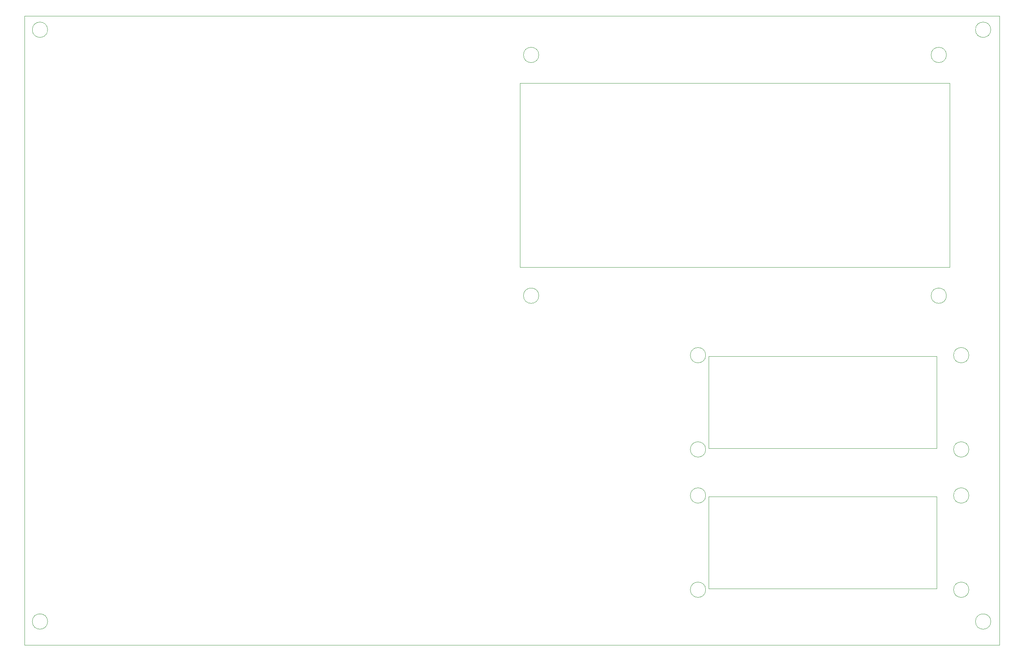
<source format=gm1>
%TF.GenerationSoftware,KiCad,Pcbnew,(6.0.8)*%
%TF.CreationDate,2022-12-20T11:39:24-06:00*%
%TF.ProjectId,Display Board,44697370-6c61-4792-9042-6f6172642e6b,rev?*%
%TF.SameCoordinates,Original*%
%TF.FileFunction,Profile,NP*%
%FSLAX46Y46*%
G04 Gerber Fmt 4.6, Leading zero omitted, Abs format (unit mm)*
G04 Created by KiCad (PCBNEW (6.0.8)) date 2022-12-20 11:39:24*
%MOMM*%
%LPD*%
G01*
G04 APERTURE LIST*
%TA.AperFunction,Profile*%
%ADD10C,0.100000*%
%TD*%
%TA.AperFunction,Profile*%
%ADD11C,0.120000*%
%TD*%
G04 APERTURE END LIST*
D10*
X259750000Y-64000000D02*
G75*
G03*
X259750000Y-64000000I-1750000J0D01*
G01*
X44750000Y-199000000D02*
G75*
G03*
X44750000Y-199000000I-1750000J0D01*
G01*
X44750000Y-64000000D02*
G75*
G03*
X44750000Y-64000000I-1750000J0D01*
G01*
X259750000Y-199000000D02*
G75*
G03*
X259750000Y-199000000I-1750000J0D01*
G01*
X39499500Y-60858000D02*
X261749500Y-60858000D01*
X261749500Y-60858000D02*
X261749500Y-204368000D01*
X261749500Y-204368000D02*
X39499500Y-204368000D01*
X39499500Y-204368000D02*
X39499500Y-60858000D01*
D11*
%TO.C,DISP1*%
X152424500Y-76208000D02*
X250424500Y-76208000D01*
X250424500Y-76208000D02*
X250424500Y-118208000D01*
X250424500Y-118208000D02*
X152424500Y-118208000D01*
X152424500Y-118208000D02*
X152424500Y-76208000D01*
X156714500Y-124668000D02*
G75*
G03*
X156714500Y-124668000I-1750000J0D01*
G01*
X249634500Y-69748000D02*
G75*
G03*
X249634500Y-69748000I-1750000J0D01*
G01*
X249634500Y-124668000D02*
G75*
G03*
X249634500Y-124668000I-1750000J0D01*
G01*
X156714500Y-69748000D02*
G75*
G03*
X156714500Y-69748000I-1750000J0D01*
G01*
%TO.C,DISP2*%
X195407500Y-159496000D02*
X247407500Y-159496000D01*
X247407500Y-159496000D02*
X247407500Y-138496000D01*
X247407500Y-138496000D02*
X195407500Y-138496000D01*
X195407500Y-138496000D02*
X195407500Y-159496000D01*
X194757500Y-159746000D02*
G75*
G03*
X194757500Y-159746000I-1750000J0D01*
G01*
X254757500Y-138246000D02*
G75*
G03*
X254757500Y-138246000I-1750000J0D01*
G01*
X254757500Y-159746000D02*
G75*
G03*
X254757500Y-159746000I-1750000J0D01*
G01*
X194757500Y-138246000D02*
G75*
G03*
X194757500Y-138246000I-1750000J0D01*
G01*
%TO.C,DISP3*%
X195407500Y-191500000D02*
X247407500Y-191500000D01*
X247407500Y-191500000D02*
X247407500Y-170500000D01*
X247407500Y-170500000D02*
X195407500Y-170500000D01*
X195407500Y-170500000D02*
X195407500Y-191500000D01*
X194757500Y-170250000D02*
G75*
G03*
X194757500Y-170250000I-1750000J0D01*
G01*
X254757500Y-191750000D02*
G75*
G03*
X254757500Y-191750000I-1750000J0D01*
G01*
X194757500Y-191750000D02*
G75*
G03*
X194757500Y-191750000I-1750000J0D01*
G01*
X254757500Y-170250000D02*
G75*
G03*
X254757500Y-170250000I-1750000J0D01*
G01*
%TD*%
M02*

</source>
